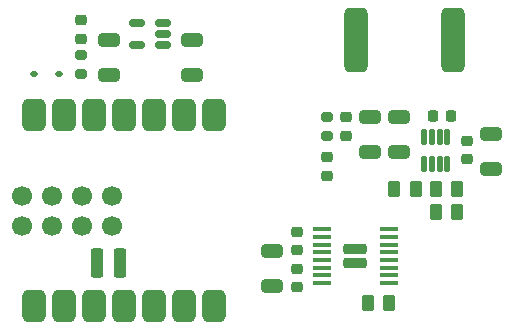
<source format=gtp>
G04 #@! TF.GenerationSoftware,KiCad,Pcbnew,9.0.2-9.0.2-0~ubuntu24.04.1*
G04 #@! TF.CreationDate,2025-05-13T17:43:29+02:00*
G04 #@! TF.ProjectId,RCFavoritControlBoard,52434661-766f-4726-9974-436f6e74726f,rev?*
G04 #@! TF.SameCoordinates,Original*
G04 #@! TF.FileFunction,Paste,Top*
G04 #@! TF.FilePolarity,Positive*
%FSLAX46Y46*%
G04 Gerber Fmt 4.6, Leading zero omitted, Abs format (unit mm)*
G04 Created by KiCad (PCBNEW 9.0.2-9.0.2-0~ubuntu24.04.1) date 2025-05-13 17:43:29*
%MOMM*%
%LPD*%
G01*
G04 APERTURE LIST*
G04 Aperture macros list*
%AMRoundRect*
0 Rectangle with rounded corners*
0 $1 Rounding radius*
0 $2 $3 $4 $5 $6 $7 $8 $9 X,Y pos of 4 corners*
0 Add a 4 corners polygon primitive as box body*
4,1,4,$2,$3,$4,$5,$6,$7,$8,$9,$2,$3,0*
0 Add four circle primitives for the rounded corners*
1,1,$1+$1,$2,$3*
1,1,$1+$1,$4,$5*
1,1,$1+$1,$6,$7*
1,1,$1+$1,$8,$9*
0 Add four rect primitives between the rounded corners*
20,1,$1+$1,$2,$3,$4,$5,0*
20,1,$1+$1,$4,$5,$6,$7,0*
20,1,$1+$1,$6,$7,$8,$9,0*
20,1,$1+$1,$8,$9,$2,$3,0*%
G04 Aperture macros list end*
%ADD10RoundRect,0.500000X0.500000X2.250000X-0.500000X2.250000X-0.500000X-2.250000X0.500000X-2.250000X0*%
%ADD11RoundRect,0.250000X-0.262500X-0.450000X0.262500X-0.450000X0.262500X0.450000X-0.262500X0.450000X0*%
%ADD12RoundRect,0.150000X0.512500X0.150000X-0.512500X0.150000X-0.512500X-0.150000X0.512500X-0.150000X0*%
%ADD13RoundRect,0.232500X0.757500X0.232500X-0.757500X0.232500X-0.757500X-0.232500X0.757500X-0.232500X0*%
%ADD14RoundRect,0.100000X0.687500X0.100000X-0.687500X0.100000X-0.687500X-0.100000X0.687500X-0.100000X0*%
%ADD15RoundRect,0.225000X0.250000X-0.225000X0.250000X0.225000X-0.250000X0.225000X-0.250000X-0.225000X0*%
%ADD16RoundRect,0.112500X-0.187500X-0.112500X0.187500X-0.112500X0.187500X0.112500X-0.187500X0.112500X0*%
%ADD17RoundRect,0.500000X0.500000X-0.875000X0.500000X0.875000X-0.500000X0.875000X-0.500000X-0.875000X0*%
%ADD18RoundRect,0.275000X-0.275000X0.975000X-0.275000X-0.975000X0.275000X-0.975000X0.275000X0.975000X0*%
%ADD19C,1.700000*%
%ADD20RoundRect,0.125000X0.125000X-0.537500X0.125000X0.537500X-0.125000X0.537500X-0.125000X-0.537500X0*%
%ADD21RoundRect,0.250000X0.650000X-0.325000X0.650000X0.325000X-0.650000X0.325000X-0.650000X-0.325000X0*%
%ADD22RoundRect,0.225000X-0.250000X0.225000X-0.250000X-0.225000X0.250000X-0.225000X0.250000X0.225000X0*%
%ADD23RoundRect,0.218750X-0.256250X0.218750X-0.256250X-0.218750X0.256250X-0.218750X0.256250X0.218750X0*%
%ADD24RoundRect,0.250000X-0.650000X0.325000X-0.650000X-0.325000X0.650000X-0.325000X0.650000X0.325000X0*%
%ADD25RoundRect,0.200000X0.275000X-0.200000X0.275000X0.200000X-0.275000X0.200000X-0.275000X-0.200000X0*%
%ADD26RoundRect,0.200000X-0.275000X0.200000X-0.275000X-0.200000X0.275000X-0.200000X0.275000X0.200000X0*%
%ADD27RoundRect,0.225000X0.225000X0.250000X-0.225000X0.250000X-0.225000X-0.250000X0.225000X-0.250000X0*%
%ADD28RoundRect,0.218750X0.256250X-0.218750X0.256250X0.218750X-0.256250X0.218750X-0.256250X-0.218750X0*%
G04 APERTURE END LIST*
D10*
G04 #@! TO.C,L1*
X162100000Y-82000000D03*
X153900000Y-82000000D03*
G04 #@! TD*
D11*
G04 #@! TO.C,R6*
X154900000Y-104250000D03*
X156725000Y-104250000D03*
G04 #@! TD*
D12*
G04 #@! TO.C,U2*
X137618956Y-82475000D03*
X137618956Y-81525000D03*
X137618956Y-80575000D03*
X135343956Y-80575000D03*
X135343956Y-82475000D03*
G04 #@! TD*
D13*
G04 #@! TO.C,U3*
X153862500Y-100905000D03*
X153862500Y-99745000D03*
D14*
X156725000Y-102600000D03*
X156725000Y-101950000D03*
X156725000Y-101300000D03*
X156725000Y-100650000D03*
X156725000Y-100000000D03*
X156725000Y-99350000D03*
X156725000Y-98700000D03*
X156725000Y-98050000D03*
X151000000Y-98050000D03*
X151000000Y-98700000D03*
X151000000Y-99350000D03*
X151000000Y-100000000D03*
X151000000Y-100650000D03*
X151000000Y-101300000D03*
X151000000Y-101950000D03*
X151000000Y-102600000D03*
G04 #@! TD*
D15*
G04 #@! TO.C,C10*
X148925000Y-99825000D03*
X148925000Y-98275000D03*
G04 #@! TD*
D16*
G04 #@! TO.C,D3*
X126675000Y-84934992D03*
X128775000Y-84934992D03*
G04 #@! TD*
D17*
G04 #@! TO.C,ESP32*
X126677304Y-104532496D03*
X129217304Y-104532496D03*
X131757304Y-104532496D03*
X134297304Y-104532496D03*
X136837304Y-104532496D03*
X139377304Y-104532496D03*
X141917304Y-104532496D03*
X141917304Y-88367496D03*
X139377304Y-88367496D03*
X136837304Y-88367496D03*
X134297304Y-88367496D03*
X131757304Y-88367496D03*
X129217304Y-88367496D03*
X126677304Y-88367496D03*
D18*
X133915304Y-100922496D03*
X132010304Y-100922496D03*
D19*
X125665304Y-97747496D03*
X125665304Y-95207496D03*
X128205304Y-97747496D03*
X128205304Y-95207496D03*
X130745304Y-97747496D03*
X130745304Y-95207496D03*
X133285304Y-97747496D03*
X133285304Y-95207496D03*
G04 #@! TD*
D11*
G04 #@! TO.C,R3*
X160675000Y-94602496D03*
X162500000Y-94602496D03*
G04 #@! TD*
D20*
G04 #@! TO.C,U1*
X159700000Y-92500000D03*
X160350000Y-92500000D03*
X161000000Y-92500000D03*
X161650000Y-92500000D03*
X161650000Y-90225000D03*
X161000000Y-90225000D03*
X160350000Y-90225000D03*
X159700000Y-90225000D03*
G04 #@! TD*
D21*
G04 #@! TO.C,C9*
X133000000Y-84950000D03*
X133000000Y-82000000D03*
G04 #@! TD*
D11*
G04 #@! TO.C,R4*
X160675000Y-96600000D03*
X162500000Y-96600000D03*
G04 #@! TD*
D22*
G04 #@! TO.C,C6*
X153100000Y-88575000D03*
X153100000Y-90125000D03*
G04 #@! TD*
D23*
G04 #@! TO.C,5V*
X130600000Y-80329992D03*
X130600000Y-81904992D03*
G04 #@! TD*
D24*
G04 #@! TO.C,C4*
X155100000Y-88525000D03*
X155100000Y-91475000D03*
G04 #@! TD*
D25*
G04 #@! TO.C,R5*
X130600000Y-84934992D03*
X130600000Y-83284992D03*
G04 #@! TD*
D21*
G04 #@! TO.C,C8*
X140000000Y-84950000D03*
X140000000Y-82000000D03*
G04 #@! TD*
D22*
G04 #@! TO.C,C3*
X163310551Y-90586839D03*
X163310551Y-92136839D03*
G04 #@! TD*
D26*
G04 #@! TO.C,R2*
X151500000Y-88500000D03*
X151500000Y-90150000D03*
G04 #@! TD*
D24*
G04 #@! TO.C,C5*
X157587500Y-88525000D03*
X157587500Y-91475000D03*
G04 #@! TD*
D22*
G04 #@! TO.C,C11*
X148925000Y-101375000D03*
X148925000Y-102925000D03*
G04 #@! TD*
D24*
G04 #@! TO.C,C7*
X146825000Y-99875000D03*
X146825000Y-102825000D03*
G04 #@! TD*
G04 #@! TO.C,C2*
X165387500Y-89987500D03*
X165387500Y-92937500D03*
G04 #@! TD*
D27*
G04 #@! TO.C,C1*
X161975000Y-88462500D03*
X160425000Y-88462500D03*
G04 #@! TD*
D11*
G04 #@! TO.C,R1*
X157175000Y-94602496D03*
X159000000Y-94602496D03*
G04 #@! TD*
D28*
G04 #@! TO.C,D1*
X151500000Y-93500000D03*
X151500000Y-91925000D03*
G04 #@! TD*
M02*

</source>
